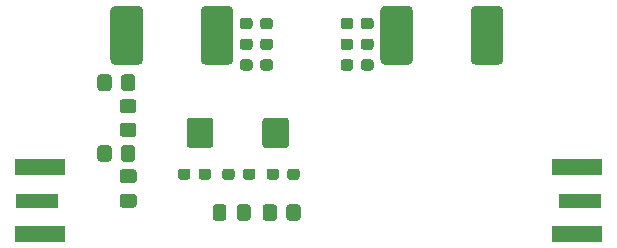
<source format=gbr>
%TF.GenerationSoftware,KiCad,Pcbnew,5.1.9-73d0e3b20d~88~ubuntu20.04.1*%
%TF.CreationDate,2021-01-30T11:41:37+01:00*%
%TF.ProjectId,mhl21336_pa,6d686c32-3133-4333-965f-70612e6b6963,1*%
%TF.SameCoordinates,Original*%
%TF.FileFunction,Paste,Top*%
%TF.FilePolarity,Positive*%
%FSLAX46Y46*%
G04 Gerber Fmt 4.6, Leading zero omitted, Abs format (unit mm)*
G04 Created by KiCad (PCBNEW 5.1.9-73d0e3b20d~88~ubuntu20.04.1) date 2021-01-30 11:41:37*
%MOMM*%
%LPD*%
G01*
G04 APERTURE LIST*
%ADD10R,3.600000X1.270000*%
%ADD11R,4.200000X1.350000*%
G04 APERTURE END LIST*
%TO.C,R4*%
G36*
G01*
X125850000Y-60049999D02*
X125850000Y-60950001D01*
G75*
G02*
X125600001Y-61200000I-249999J0D01*
G01*
X124899999Y-61200000D01*
G75*
G02*
X124650000Y-60950001I0J249999D01*
G01*
X124650000Y-60049999D01*
G75*
G02*
X124899999Y-59800000I249999J0D01*
G01*
X125600001Y-59800000D01*
G75*
G02*
X125850000Y-60049999I0J-249999D01*
G01*
G37*
G36*
G01*
X127850000Y-60049999D02*
X127850000Y-60950001D01*
G75*
G02*
X127600001Y-61200000I-249999J0D01*
G01*
X126899999Y-61200000D01*
G75*
G02*
X126650000Y-60950001I0J249999D01*
G01*
X126650000Y-60049999D01*
G75*
G02*
X126899999Y-59800000I249999J0D01*
G01*
X127600001Y-59800000D01*
G75*
G02*
X127850000Y-60049999I0J-249999D01*
G01*
G37*
%TD*%
%TO.C,R3*%
G36*
G01*
X111850000Y-49049999D02*
X111850000Y-49950001D01*
G75*
G02*
X111600001Y-50200000I-249999J0D01*
G01*
X110899999Y-50200000D01*
G75*
G02*
X110650000Y-49950001I0J249999D01*
G01*
X110650000Y-49049999D01*
G75*
G02*
X110899999Y-48800000I249999J0D01*
G01*
X111600001Y-48800000D01*
G75*
G02*
X111850000Y-49049999I0J-249999D01*
G01*
G37*
G36*
G01*
X113850000Y-49049999D02*
X113850000Y-49950001D01*
G75*
G02*
X113600001Y-50200000I-249999J0D01*
G01*
X112899999Y-50200000D01*
G75*
G02*
X112650000Y-49950001I0J249999D01*
G01*
X112650000Y-49049999D01*
G75*
G02*
X112899999Y-48800000I249999J0D01*
G01*
X113600001Y-48800000D01*
G75*
G02*
X113850000Y-49049999I0J-249999D01*
G01*
G37*
%TD*%
%TO.C,R2*%
G36*
G01*
X112799999Y-52900000D02*
X113700001Y-52900000D01*
G75*
G02*
X113950000Y-53149999I0J-249999D01*
G01*
X113950000Y-53850001D01*
G75*
G02*
X113700001Y-54100000I-249999J0D01*
G01*
X112799999Y-54100000D01*
G75*
G02*
X112550000Y-53850001I0J249999D01*
G01*
X112550000Y-53149999D01*
G75*
G02*
X112799999Y-52900000I249999J0D01*
G01*
G37*
G36*
G01*
X112799999Y-50900000D02*
X113700001Y-50900000D01*
G75*
G02*
X113950000Y-51149999I0J-249999D01*
G01*
X113950000Y-51850001D01*
G75*
G02*
X113700001Y-52100000I-249999J0D01*
G01*
X112799999Y-52100000D01*
G75*
G02*
X112550000Y-51850001I0J249999D01*
G01*
X112550000Y-51149999D01*
G75*
G02*
X112799999Y-50900000I249999J0D01*
G01*
G37*
%TD*%
%TO.C,R1*%
G36*
G01*
X111850000Y-55049999D02*
X111850000Y-55950001D01*
G75*
G02*
X111600001Y-56200000I-249999J0D01*
G01*
X110899999Y-56200000D01*
G75*
G02*
X110650000Y-55950001I0J249999D01*
G01*
X110650000Y-55049999D01*
G75*
G02*
X110899999Y-54800000I249999J0D01*
G01*
X111600001Y-54800000D01*
G75*
G02*
X111850000Y-55049999I0J-249999D01*
G01*
G37*
G36*
G01*
X113850000Y-55049999D02*
X113850000Y-55950001D01*
G75*
G02*
X113600001Y-56200000I-249999J0D01*
G01*
X112899999Y-56200000D01*
G75*
G02*
X112650000Y-55950001I0J249999D01*
G01*
X112650000Y-55049999D01*
G75*
G02*
X112899999Y-54800000I249999J0D01*
G01*
X113600001Y-54800000D01*
G75*
G02*
X113850000Y-55049999I0J-249999D01*
G01*
G37*
%TD*%
%TO.C,C1*%
G36*
G01*
X112775000Y-58912500D02*
X113725000Y-58912500D01*
G75*
G02*
X113975000Y-59162500I0J-250000D01*
G01*
X113975000Y-59837500D01*
G75*
G02*
X113725000Y-60087500I-250000J0D01*
G01*
X112775000Y-60087500D01*
G75*
G02*
X112525000Y-59837500I0J250000D01*
G01*
X112525000Y-59162500D01*
G75*
G02*
X112775000Y-58912500I250000J0D01*
G01*
G37*
G36*
G01*
X112775000Y-56837500D02*
X113725000Y-56837500D01*
G75*
G02*
X113975000Y-57087500I0J-250000D01*
G01*
X113975000Y-57762500D01*
G75*
G02*
X113725000Y-58012500I-250000J0D01*
G01*
X112775000Y-58012500D01*
G75*
G02*
X112525000Y-57762500I0J250000D01*
G01*
X112525000Y-57087500D01*
G75*
G02*
X112775000Y-56837500I250000J0D01*
G01*
G37*
%TD*%
%TO.C,C8*%
G36*
G01*
X132962500Y-44737500D02*
X132962500Y-44262500D01*
G75*
G02*
X133200000Y-44025000I237500J0D01*
G01*
X133800000Y-44025000D01*
G75*
G02*
X134037500Y-44262500I0J-237500D01*
G01*
X134037500Y-44737500D01*
G75*
G02*
X133800000Y-44975000I-237500J0D01*
G01*
X133200000Y-44975000D01*
G75*
G02*
X132962500Y-44737500I0J237500D01*
G01*
G37*
G36*
G01*
X131237500Y-44737500D02*
X131237500Y-44262500D01*
G75*
G02*
X131475000Y-44025000I237500J0D01*
G01*
X132075000Y-44025000D01*
G75*
G02*
X132312500Y-44262500I0J-237500D01*
G01*
X132312500Y-44737500D01*
G75*
G02*
X132075000Y-44975000I-237500J0D01*
G01*
X131475000Y-44975000D01*
G75*
G02*
X131237500Y-44737500I0J237500D01*
G01*
G37*
%TD*%
%TO.C,C7*%
G36*
G01*
X132962500Y-46487500D02*
X132962500Y-46012500D01*
G75*
G02*
X133200000Y-45775000I237500J0D01*
G01*
X133800000Y-45775000D01*
G75*
G02*
X134037500Y-46012500I0J-237500D01*
G01*
X134037500Y-46487500D01*
G75*
G02*
X133800000Y-46725000I-237500J0D01*
G01*
X133200000Y-46725000D01*
G75*
G02*
X132962500Y-46487500I0J237500D01*
G01*
G37*
G36*
G01*
X131237500Y-46487500D02*
X131237500Y-46012500D01*
G75*
G02*
X131475000Y-45775000I237500J0D01*
G01*
X132075000Y-45775000D01*
G75*
G02*
X132312500Y-46012500I0J-237500D01*
G01*
X132312500Y-46487500D01*
G75*
G02*
X132075000Y-46725000I-237500J0D01*
G01*
X131475000Y-46725000D01*
G75*
G02*
X131237500Y-46487500I0J237500D01*
G01*
G37*
%TD*%
%TO.C,C6*%
G36*
G01*
X132962500Y-48237500D02*
X132962500Y-47762500D01*
G75*
G02*
X133200000Y-47525000I237500J0D01*
G01*
X133800000Y-47525000D01*
G75*
G02*
X134037500Y-47762500I0J-237500D01*
G01*
X134037500Y-48237500D01*
G75*
G02*
X133800000Y-48475000I-237500J0D01*
G01*
X133200000Y-48475000D01*
G75*
G02*
X132962500Y-48237500I0J237500D01*
G01*
G37*
G36*
G01*
X131237500Y-48237500D02*
X131237500Y-47762500D01*
G75*
G02*
X131475000Y-47525000I237500J0D01*
G01*
X132075000Y-47525000D01*
G75*
G02*
X132312500Y-47762500I0J-237500D01*
G01*
X132312500Y-48237500D01*
G75*
G02*
X132075000Y-48475000I-237500J0D01*
G01*
X131475000Y-48475000D01*
G75*
G02*
X131237500Y-48237500I0J237500D01*
G01*
G37*
%TD*%
%TO.C,C5*%
G36*
G01*
X124437500Y-44737500D02*
X124437500Y-44262500D01*
G75*
G02*
X124675000Y-44025000I237500J0D01*
G01*
X125275000Y-44025000D01*
G75*
G02*
X125512500Y-44262500I0J-237500D01*
G01*
X125512500Y-44737500D01*
G75*
G02*
X125275000Y-44975000I-237500J0D01*
G01*
X124675000Y-44975000D01*
G75*
G02*
X124437500Y-44737500I0J237500D01*
G01*
G37*
G36*
G01*
X122712500Y-44737500D02*
X122712500Y-44262500D01*
G75*
G02*
X122950000Y-44025000I237500J0D01*
G01*
X123550000Y-44025000D01*
G75*
G02*
X123787500Y-44262500I0J-237500D01*
G01*
X123787500Y-44737500D01*
G75*
G02*
X123550000Y-44975000I-237500J0D01*
G01*
X122950000Y-44975000D01*
G75*
G02*
X122712500Y-44737500I0J237500D01*
G01*
G37*
%TD*%
%TO.C,C4*%
G36*
G01*
X124437500Y-46487500D02*
X124437500Y-46012500D01*
G75*
G02*
X124675000Y-45775000I237500J0D01*
G01*
X125275000Y-45775000D01*
G75*
G02*
X125512500Y-46012500I0J-237500D01*
G01*
X125512500Y-46487500D01*
G75*
G02*
X125275000Y-46725000I-237500J0D01*
G01*
X124675000Y-46725000D01*
G75*
G02*
X124437500Y-46487500I0J237500D01*
G01*
G37*
G36*
G01*
X122712500Y-46487500D02*
X122712500Y-46012500D01*
G75*
G02*
X122950000Y-45775000I237500J0D01*
G01*
X123550000Y-45775000D01*
G75*
G02*
X123787500Y-46012500I0J-237500D01*
G01*
X123787500Y-46487500D01*
G75*
G02*
X123550000Y-46725000I-237500J0D01*
G01*
X122950000Y-46725000D01*
G75*
G02*
X122712500Y-46487500I0J237500D01*
G01*
G37*
%TD*%
%TO.C,C3*%
G36*
G01*
X124437500Y-48237500D02*
X124437500Y-47762500D01*
G75*
G02*
X124675000Y-47525000I237500J0D01*
G01*
X125275000Y-47525000D01*
G75*
G02*
X125512500Y-47762500I0J-237500D01*
G01*
X125512500Y-48237500D01*
G75*
G02*
X125275000Y-48475000I-237500J0D01*
G01*
X124675000Y-48475000D01*
G75*
G02*
X124437500Y-48237500I0J237500D01*
G01*
G37*
G36*
G01*
X122712500Y-48237500D02*
X122712500Y-47762500D01*
G75*
G02*
X122950000Y-47525000I237500J0D01*
G01*
X123550000Y-47525000D01*
G75*
G02*
X123787500Y-47762500I0J-237500D01*
G01*
X123787500Y-48237500D01*
G75*
G02*
X123550000Y-48475000I-237500J0D01*
G01*
X122950000Y-48475000D01*
G75*
G02*
X122712500Y-48237500I0J237500D01*
G01*
G37*
%TD*%
%TO.C,C2*%
G36*
G01*
X120475000Y-52724999D02*
X120475000Y-54775001D01*
G75*
G02*
X120225001Y-55025000I-249999J0D01*
G01*
X118474999Y-55025000D01*
G75*
G02*
X118225000Y-54775001I0J249999D01*
G01*
X118225000Y-52724999D01*
G75*
G02*
X118474999Y-52475000I249999J0D01*
G01*
X120225001Y-52475000D01*
G75*
G02*
X120475000Y-52724999I0J-249999D01*
G01*
G37*
G36*
G01*
X126875000Y-52724999D02*
X126875000Y-54775001D01*
G75*
G02*
X126625001Y-55025000I-249999J0D01*
G01*
X124874999Y-55025000D01*
G75*
G02*
X124625000Y-54775001I0J249999D01*
G01*
X124625000Y-52724999D01*
G75*
G02*
X124874999Y-52475000I249999J0D01*
G01*
X126625001Y-52475000D01*
G75*
G02*
X126875000Y-52724999I0J-249999D01*
G01*
G37*
%TD*%
%TO.C,U1*%
G36*
G01*
X142260000Y-47596250D02*
X142260000Y-43393750D01*
G75*
G02*
X142658750Y-42995000I398750J0D01*
G01*
X144611250Y-42995000D01*
G75*
G02*
X145010000Y-43393750I0J-398750D01*
G01*
X145010000Y-47596250D01*
G75*
G02*
X144611250Y-47995000I-398750J0D01*
G01*
X142658750Y-47995000D01*
G75*
G02*
X142260000Y-47596250I0J398750D01*
G01*
G37*
G36*
G01*
X134610000Y-47596250D02*
X134610000Y-43393750D01*
G75*
G02*
X135008750Y-42995000I398750J0D01*
G01*
X136961250Y-42995000D01*
G75*
G02*
X137360000Y-43393750I0J-398750D01*
G01*
X137360000Y-47596250D01*
G75*
G02*
X136961250Y-47995000I-398750J0D01*
G01*
X135008750Y-47995000D01*
G75*
G02*
X134610000Y-47596250I0J398750D01*
G01*
G37*
G36*
G01*
X119410000Y-47596250D02*
X119410000Y-43393750D01*
G75*
G02*
X119808750Y-42995000I398750J0D01*
G01*
X121761250Y-42995000D01*
G75*
G02*
X122160000Y-43393750I0J-398750D01*
G01*
X122160000Y-47596250D01*
G75*
G02*
X121761250Y-47995000I-398750J0D01*
G01*
X119808750Y-47995000D01*
G75*
G02*
X119410000Y-47596250I0J398750D01*
G01*
G37*
G36*
G01*
X111760000Y-47596250D02*
X111760000Y-43393750D01*
G75*
G02*
X112158750Y-42995000I398750J0D01*
G01*
X114111250Y-42995000D01*
G75*
G02*
X114510000Y-43393750I0J-398750D01*
G01*
X114510000Y-47596250D01*
G75*
G02*
X114111250Y-47995000I-398750J0D01*
G01*
X112158750Y-47995000D01*
G75*
G02*
X111760000Y-47596250I0J398750D01*
G01*
G37*
%TD*%
%TO.C,L3*%
G36*
G01*
X118525000Y-57012500D02*
X118525000Y-57487500D01*
G75*
G02*
X118287500Y-57725000I-237500J0D01*
G01*
X117712500Y-57725000D01*
G75*
G02*
X117475000Y-57487500I0J237500D01*
G01*
X117475000Y-57012500D01*
G75*
G02*
X117712500Y-56775000I237500J0D01*
G01*
X118287500Y-56775000D01*
G75*
G02*
X118525000Y-57012500I0J-237500D01*
G01*
G37*
G36*
G01*
X120275000Y-57012500D02*
X120275000Y-57487500D01*
G75*
G02*
X120037500Y-57725000I-237500J0D01*
G01*
X119462500Y-57725000D01*
G75*
G02*
X119225000Y-57487500I0J237500D01*
G01*
X119225000Y-57012500D01*
G75*
G02*
X119462500Y-56775000I237500J0D01*
G01*
X120037500Y-56775000D01*
G75*
G02*
X120275000Y-57012500I0J-237500D01*
G01*
G37*
%TD*%
%TO.C,L2*%
G36*
G01*
X122275000Y-57012500D02*
X122275000Y-57487500D01*
G75*
G02*
X122037500Y-57725000I-237500J0D01*
G01*
X121462500Y-57725000D01*
G75*
G02*
X121225000Y-57487500I0J237500D01*
G01*
X121225000Y-57012500D01*
G75*
G02*
X121462500Y-56775000I237500J0D01*
G01*
X122037500Y-56775000D01*
G75*
G02*
X122275000Y-57012500I0J-237500D01*
G01*
G37*
G36*
G01*
X124025000Y-57012500D02*
X124025000Y-57487500D01*
G75*
G02*
X123787500Y-57725000I-237500J0D01*
G01*
X123212500Y-57725000D01*
G75*
G02*
X122975000Y-57487500I0J237500D01*
G01*
X122975000Y-57012500D01*
G75*
G02*
X123212500Y-56775000I237500J0D01*
G01*
X123787500Y-56775000D01*
G75*
G02*
X124025000Y-57012500I0J-237500D01*
G01*
G37*
%TD*%
%TO.C,L1*%
G36*
G01*
X126025000Y-57012500D02*
X126025000Y-57487500D01*
G75*
G02*
X125787500Y-57725000I-237500J0D01*
G01*
X125212500Y-57725000D01*
G75*
G02*
X124975000Y-57487500I0J237500D01*
G01*
X124975000Y-57012500D01*
G75*
G02*
X125212500Y-56775000I237500J0D01*
G01*
X125787500Y-56775000D01*
G75*
G02*
X126025000Y-57012500I0J-237500D01*
G01*
G37*
G36*
G01*
X127775000Y-57012500D02*
X127775000Y-57487500D01*
G75*
G02*
X127537500Y-57725000I-237500J0D01*
G01*
X126962500Y-57725000D01*
G75*
G02*
X126725000Y-57487500I0J237500D01*
G01*
X126725000Y-57012500D01*
G75*
G02*
X126962500Y-56775000I237500J0D01*
G01*
X127537500Y-56775000D01*
G75*
G02*
X127775000Y-57012500I0J-237500D01*
G01*
G37*
%TD*%
D10*
%TO.C,J2*%
X151500000Y-59500000D03*
D11*
X151300000Y-56675000D03*
X151300000Y-62325000D03*
%TD*%
D10*
%TO.C,J1*%
X105550000Y-59500000D03*
D11*
X105750000Y-62325000D03*
X105750000Y-56675000D03*
%TD*%
%TO.C,D1*%
G36*
G01*
X122475000Y-60950001D02*
X122475000Y-60049999D01*
G75*
G02*
X122724999Y-59800000I249999J0D01*
G01*
X123375001Y-59800000D01*
G75*
G02*
X123625000Y-60049999I0J-249999D01*
G01*
X123625000Y-60950001D01*
G75*
G02*
X123375001Y-61200000I-249999J0D01*
G01*
X122724999Y-61200000D01*
G75*
G02*
X122475000Y-60950001I0J249999D01*
G01*
G37*
G36*
G01*
X120425000Y-60950001D02*
X120425000Y-60049999D01*
G75*
G02*
X120674999Y-59800000I249999J0D01*
G01*
X121325001Y-59800000D01*
G75*
G02*
X121575000Y-60049999I0J-249999D01*
G01*
X121575000Y-60950001D01*
G75*
G02*
X121325001Y-61200000I-249999J0D01*
G01*
X120674999Y-61200000D01*
G75*
G02*
X120425000Y-60950001I0J249999D01*
G01*
G37*
%TD*%
M02*

</source>
